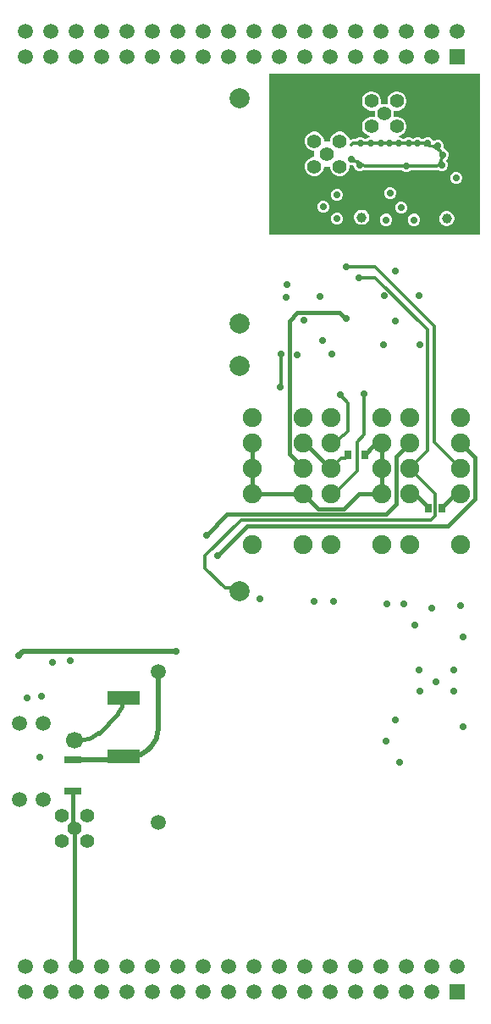
<source format=gbl>
G04*
G04 #@! TF.GenerationSoftware,Altium Limited,Altium Designer,22.4.2 (48)*
G04*
G04 Layer_Physical_Order=4*
G04 Layer_Color=16711680*
%FSLAX25Y25*%
%MOIN*%
G70*
G04*
G04 #@! TF.SameCoordinates,2E2B2F14-C775-4052-8AD3-083FCFC3520C*
G04*
G04*
G04 #@! TF.FilePolarity,Positive*
G04*
G01*
G75*
%ADD15R,0.12992X0.05315*%
%ADD20R,0.03150X0.03543*%
%ADD31C,0.01181*%
%ADD53C,0.01968*%
%ADD54C,0.01575*%
%ADD56C,0.05906*%
%ADD57C,0.05512*%
%ADD58C,0.07480*%
%ADD59C,0.07874*%
%ADD60R,0.05906X0.05906*%
%ADD61C,0.02756*%
%ADD62C,0.03937*%
%ADD63C,0.06693*%
%ADD64R,0.06693X0.03150*%
G36*
X192356Y-87768D02*
X109356D01*
Y-24268D01*
X192356D01*
Y-87768D01*
D02*
G37*
%LPC*%
G36*
X160282Y-31419D02*
X159293D01*
X158338Y-31675D01*
X157481Y-32169D01*
X156782Y-32869D01*
X156288Y-33725D01*
X156032Y-34680D01*
Y-35669D01*
X156157Y-36136D01*
X155748Y-36544D01*
X155282Y-36419D01*
X154293D01*
X153827Y-36544D01*
X153418Y-36136D01*
X153543Y-35669D01*
Y-34680D01*
X153287Y-33725D01*
X152793Y-32869D01*
X152094Y-32169D01*
X151237Y-31675D01*
X150282Y-31419D01*
X149293D01*
X148338Y-31675D01*
X147481Y-32169D01*
X146782Y-32869D01*
X146288Y-33725D01*
X146031Y-34680D01*
Y-35669D01*
X146288Y-36625D01*
X146782Y-37481D01*
X147481Y-38180D01*
X148338Y-38675D01*
X149293Y-38931D01*
X150282D01*
X150748Y-38806D01*
X151156Y-39214D01*
X151031Y-39680D01*
Y-40669D01*
X151156Y-41136D01*
X150748Y-41544D01*
X150282Y-41419D01*
X149293D01*
X148338Y-41675D01*
X147481Y-42169D01*
X146782Y-42869D01*
X146288Y-43725D01*
X146031Y-44680D01*
Y-45669D01*
X146288Y-46624D01*
X146782Y-47481D01*
X147481Y-48180D01*
X148338Y-48675D01*
X149140Y-48890D01*
X149074Y-49390D01*
X148883D01*
X148009Y-49752D01*
X147615Y-50146D01*
X147098D01*
X146703Y-49752D01*
X145829Y-49390D01*
X144883D01*
X144009Y-49752D01*
X143615Y-50146D01*
X142327D01*
X141706Y-50270D01*
X141530Y-50387D01*
X141478Y-50390D01*
X140972Y-50159D01*
X140783Y-49456D01*
X140289Y-48599D01*
X139590Y-47900D01*
X138733Y-47406D01*
X137778Y-47150D01*
X136789D01*
X135834Y-47406D01*
X134977Y-47900D01*
X134278Y-48599D01*
X133783Y-49456D01*
X133528Y-50411D01*
Y-50906D01*
X131039D01*
Y-50411D01*
X130783Y-49456D01*
X130289Y-48599D01*
X129590Y-47900D01*
X128733Y-47406D01*
X127778Y-47150D01*
X126789D01*
X125834Y-47406D01*
X124977Y-47900D01*
X124278Y-48599D01*
X123784Y-49456D01*
X123528Y-50411D01*
Y-51400D01*
X123784Y-52355D01*
X124278Y-53212D01*
X124977Y-53911D01*
X125834Y-54405D01*
X126789Y-54661D01*
X127284D01*
Y-57150D01*
X126789D01*
X125834Y-57406D01*
X124977Y-57900D01*
X124278Y-58599D01*
X123784Y-59456D01*
X123528Y-60411D01*
Y-61400D01*
X123784Y-62355D01*
X124278Y-63212D01*
X124977Y-63911D01*
X125834Y-64405D01*
X126789Y-64661D01*
X127778D01*
X128733Y-64405D01*
X129590Y-63911D01*
X130289Y-63212D01*
X130783Y-62355D01*
X131039Y-61400D01*
Y-60905D01*
X133528D01*
Y-61400D01*
X133783Y-62355D01*
X134278Y-63212D01*
X134977Y-63911D01*
X135834Y-64405D01*
X136789Y-64661D01*
X137778D01*
X138733Y-64405D01*
X139590Y-63911D01*
X140289Y-63212D01*
X140783Y-62355D01*
X141039Y-61400D01*
Y-60618D01*
X141178Y-60525D01*
X142124D01*
X142398Y-60412D01*
X142898Y-60690D01*
Y-60709D01*
X143260Y-61583D01*
X143929Y-62252D01*
X144803Y-62614D01*
X145749D01*
X146542Y-62286D01*
X147356Y-62393D01*
Y-62389D01*
X161615D01*
X162009Y-62784D01*
X162883Y-63146D01*
X163829D01*
X164703Y-62784D01*
X165098Y-62389D01*
X175149D01*
X175189Y-62381D01*
X176000Y-62275D01*
X176009Y-62284D01*
X176883Y-62646D01*
X177829D01*
X178703Y-62284D01*
X179372Y-61615D01*
X179734Y-60741D01*
Y-59795D01*
X179372Y-58921D01*
X179255Y-58803D01*
X179242Y-58673D01*
X179323Y-58164D01*
X179872Y-57615D01*
X180234Y-56741D01*
Y-55795D01*
X179872Y-54921D01*
X179203Y-54252D01*
X178450Y-53940D01*
X178196Y-53497D01*
X178166Y-53406D01*
X178234Y-53241D01*
Y-52295D01*
X177872Y-51421D01*
X177203Y-50752D01*
X176329Y-50390D01*
X175383D01*
X174509Y-50752D01*
X174474Y-50787D01*
X173984Y-50690D01*
X173872Y-50421D01*
X173203Y-49752D01*
X172329Y-49390D01*
X171383D01*
X170509Y-49752D01*
X170115Y-50146D01*
X169598D01*
X169203Y-49752D01*
X168329Y-49390D01*
X167383D01*
X166509Y-49752D01*
X166115Y-50146D01*
X166098D01*
X165703Y-49752D01*
X164829Y-49390D01*
X163883D01*
X163009Y-49752D01*
X162615Y-50146D01*
X162098D01*
X161703Y-49752D01*
X160829Y-49390D01*
X160501D01*
X160435Y-48890D01*
X161237Y-48675D01*
X162094Y-48180D01*
X162793Y-47481D01*
X163287Y-46624D01*
X163543Y-45669D01*
Y-44680D01*
X163287Y-43725D01*
X162793Y-42869D01*
X162094Y-42169D01*
X161237Y-41675D01*
X160282Y-41419D01*
X159293D01*
X158827Y-41544D01*
X158418Y-41136D01*
X158543Y-40669D01*
Y-39680D01*
X158418Y-39214D01*
X158827Y-38806D01*
X159293Y-38931D01*
X160282D01*
X161237Y-38675D01*
X162094Y-38180D01*
X162793Y-37481D01*
X163287Y-36625D01*
X163543Y-35669D01*
Y-34680D01*
X163287Y-33725D01*
X162793Y-32869D01*
X162094Y-32169D01*
X161237Y-31675D01*
X160282Y-31419D01*
D02*
G37*
G36*
X183544Y-62976D02*
X182598D01*
X181724Y-63338D01*
X181055Y-64007D01*
X180693Y-64881D01*
Y-65827D01*
X181055Y-66701D01*
X181724Y-67370D01*
X182598Y-67732D01*
X183544D01*
X184418Y-67370D01*
X185087Y-66701D01*
X185449Y-65827D01*
Y-64881D01*
X185087Y-64007D01*
X184418Y-63338D01*
X183544Y-62976D01*
D02*
G37*
G36*
X157560Y-68882D02*
X156614D01*
X155740Y-69244D01*
X155071Y-69913D01*
X154709Y-70787D01*
Y-71733D01*
X155071Y-72607D01*
X155740Y-73276D01*
X156614Y-73638D01*
X157560D01*
X158434Y-73276D01*
X159102Y-72607D01*
X159465Y-71733D01*
Y-70787D01*
X159102Y-69913D01*
X158434Y-69244D01*
X157560Y-68882D01*
D02*
G37*
G36*
X136694Y-69669D02*
X135748D01*
X134873Y-70031D01*
X134204Y-70700D01*
X133843Y-71574D01*
Y-72520D01*
X134204Y-73394D01*
X134873Y-74063D01*
X135748Y-74425D01*
X136694D01*
X137567Y-74063D01*
X138236Y-73394D01*
X138598Y-72520D01*
Y-71574D01*
X138236Y-70700D01*
X137567Y-70031D01*
X136694Y-69669D01*
D02*
G37*
G36*
X131182Y-74394D02*
X130236D01*
X129362Y-74756D01*
X128693Y-75425D01*
X128331Y-76299D01*
Y-77245D01*
X128693Y-78119D01*
X129362Y-78788D01*
X130236Y-79150D01*
X131182D01*
X132056Y-78788D01*
X132725Y-78119D01*
X133087Y-77245D01*
Y-76299D01*
X132725Y-75425D01*
X132056Y-74756D01*
X131182Y-74394D01*
D02*
G37*
G36*
X161890Y-74787D02*
X160944D01*
X160070Y-75149D01*
X159401Y-75818D01*
X159039Y-76692D01*
Y-77638D01*
X159401Y-78512D01*
X160070Y-79181D01*
X160944Y-79543D01*
X161890D01*
X162764Y-79181D01*
X163433Y-78512D01*
X163795Y-77638D01*
Y-76692D01*
X163433Y-75818D01*
X162764Y-75149D01*
X161890Y-74787D01*
D02*
G37*
G36*
X146275Y-77937D02*
X145493D01*
X144738Y-78139D01*
X144061Y-78530D01*
X143509Y-79083D01*
X143118Y-79760D01*
X142915Y-80515D01*
Y-81296D01*
X143118Y-82051D01*
X143509Y-82728D01*
X144061Y-83281D01*
X144738Y-83672D01*
X145493Y-83874D01*
X146275D01*
X147030Y-83672D01*
X147707Y-83281D01*
X148259Y-82728D01*
X148650Y-82051D01*
X148852Y-81296D01*
Y-80515D01*
X148650Y-79760D01*
X148259Y-79083D01*
X147707Y-78530D01*
X147030Y-78139D01*
X146275Y-77937D01*
D02*
G37*
G36*
X136694Y-79118D02*
X135748D01*
X134873Y-79480D01*
X134204Y-80149D01*
X133843Y-81023D01*
Y-81969D01*
X134204Y-82843D01*
X134873Y-83512D01*
X135748Y-83874D01*
X136694D01*
X137567Y-83512D01*
X138236Y-82843D01*
X138598Y-81969D01*
Y-81023D01*
X138236Y-80149D01*
X137567Y-79480D01*
X136694Y-79118D01*
D02*
G37*
G36*
X167008Y-79512D02*
X166062D01*
X165188Y-79874D01*
X164520Y-80543D01*
X164157Y-81417D01*
Y-82363D01*
X164520Y-83237D01*
X165188Y-83906D01*
X166062Y-84268D01*
X167008D01*
X167882Y-83906D01*
X168551Y-83237D01*
X168913Y-82363D01*
Y-81417D01*
X168551Y-80543D01*
X167882Y-79874D01*
X167008Y-79512D01*
D02*
G37*
G36*
X155985D02*
X155039D01*
X154165Y-79874D01*
X153496Y-80543D01*
X153134Y-81417D01*
Y-82363D01*
X153496Y-83237D01*
X154165Y-83906D01*
X155039Y-84268D01*
X155985D01*
X156859Y-83906D01*
X157528Y-83237D01*
X157890Y-82363D01*
Y-81417D01*
X157528Y-80543D01*
X156859Y-79874D01*
X155985Y-79512D01*
D02*
G37*
G36*
X179739Y-78429D02*
X178958D01*
X178203Y-78631D01*
X177526Y-79022D01*
X176973Y-79575D01*
X176582Y-80252D01*
X176380Y-81007D01*
Y-81788D01*
X176582Y-82543D01*
X176973Y-83220D01*
X177526Y-83773D01*
X178203Y-84164D01*
X178958Y-84366D01*
X179739D01*
X180494Y-84164D01*
X181171Y-83773D01*
X181724Y-83220D01*
X182115Y-82543D01*
X182317Y-81788D01*
Y-81007D01*
X182115Y-80252D01*
X181724Y-79575D01*
X181171Y-79022D01*
X180494Y-78631D01*
X179739Y-78429D01*
D02*
G37*
%LPD*%
D15*
X52165Y-270000D02*
D03*
Y-293032D02*
D03*
D20*
X147008Y-174449D02*
D03*
X140472Y-174409D02*
D03*
X177559Y-195276D02*
D03*
X172047D02*
D03*
D31*
X177356Y-55975D02*
G03*
X176856Y-54768I-1707J0D01*
G01*
D02*
G03*
X170821Y-52268I-6036J-6036D01*
G01*
X176356Y-60268D02*
G03*
X177356Y-57854I-2414J2414D01*
G01*
X175149Y-60768D02*
G03*
X176356Y-60268I0J1707D01*
G01*
X145649Y-60061D02*
G03*
X147356Y-60768I1707J1707D01*
G01*
X145356Y-59768D02*
G03*
X142942Y-58768I-2414J-2414D01*
G01*
X173228Y-200000D02*
X174803Y-198425D01*
X98425Y-200000D02*
X173228D01*
X84252Y-214173D02*
X98425Y-200000D01*
X92154Y-226799D02*
X96614D01*
X97862Y-228047D01*
X84252Y-218898D02*
Y-214173D01*
Y-218898D02*
X92154Y-226799D01*
X174803Y-198425D02*
Y-189677D01*
X164807Y-179681D02*
X174803Y-189677D01*
X113976Y-147441D02*
Y-134843D01*
X113779Y-147638D02*
X113976Y-147441D01*
Y-134843D02*
X114173Y-134646D01*
X164807Y-179681D02*
X171653Y-172835D01*
X151267Y-104724D02*
X171653Y-125111D01*
Y-172835D02*
Y-125111D01*
X144882Y-104724D02*
X151267D01*
X151181Y-100394D02*
X174409Y-123622D01*
Y-169283D02*
Y-123622D01*
X139764Y-100394D02*
X151181D01*
X167856Y-51768D02*
X171856D01*
X164356D02*
X167856D01*
X160356D02*
X164356D01*
X156856D02*
X160356D01*
X153356D02*
X156856D01*
X149356D02*
X153356D01*
X145356D02*
X149356D01*
X142327D02*
X145356D01*
X141732Y-52362D02*
X142327Y-51768D01*
X174409Y-169283D02*
X184807Y-179681D01*
X177356Y-57268D02*
Y-55975D01*
X163356Y-60768D02*
X175149D01*
X159356D02*
X163356D01*
X177356Y-57854D02*
Y-57268D01*
X155356Y-60768D02*
X163356D01*
X147356D02*
X163356D01*
X145356Y-59768D02*
X145649Y-60061D01*
X144095Y-180650D02*
Y-169291D01*
X146850Y-166535D01*
X135063Y-189681D02*
X144095Y-180650D01*
X133807Y-189681D02*
X135063D01*
X146850Y-166535D02*
Y-150394D01*
X133807Y-169681D02*
X135512D01*
X138427Y-166766D01*
X140551Y-165056D02*
Y-153937D01*
X138427Y-166766D02*
X138841D01*
X140551Y-165056D01*
X137402Y-150787D02*
X140551Y-153937D01*
X137898Y-175591D02*
X139488D01*
X133807Y-179681D02*
X137898Y-175591D01*
X140472Y-174606D02*
Y-174409D01*
X139488Y-175591D02*
X140472Y-174606D01*
Y-174409D02*
X140587Y-174295D01*
D53*
X62819Y-289476D02*
G03*
X65748Y-282405I-7071J7071D01*
G01*
X55490Y-293032D02*
G03*
X61932Y-290363I0J9111D01*
G01*
X10630Y-253543D02*
X12598Y-251575D01*
X10630Y-253543D02*
X10630D01*
X12598Y-251575D02*
X72835D01*
X32165Y-294429D02*
X52165D01*
Y-293032D02*
X55490D01*
X61932Y-290363D02*
X62819Y-289476D01*
X65748Y-282405D02*
Y-259842D01*
X151499Y-375074D02*
X152672D01*
X153425Y-375827D01*
D54*
X49672Y-276525D02*
G03*
X52165Y-270500I-6032J6025D01*
G01*
X49668Y-276529D02*
G03*
X49672Y-276525I-6029J6029D01*
G01*
X35244Y-286811D02*
G03*
X42315Y-283882I0J10000D01*
G01*
X32677Y-286811D02*
X35244D01*
X100787Y-202362D02*
X179921D01*
X88976Y-214173D02*
X100787Y-202362D01*
X179921D02*
X190551Y-191732D01*
X84646Y-205906D02*
X92913Y-197638D01*
X155512D01*
X102807Y-189681D02*
X122807D01*
X155512Y-197638D02*
X159595Y-193555D01*
X190551Y-191732D02*
Y-175425D01*
X184807Y-169681D02*
X190551Y-175425D01*
X138768Y-195563D02*
X144650Y-189681D01*
X122807Y-189736D02*
X128634Y-195563D01*
X138768D01*
X122807Y-189736D02*
Y-189681D01*
X159595Y-193555D02*
Y-174894D01*
X164807Y-169681D01*
X32677Y-375079D02*
Y-321260D01*
X32165D02*
Y-306634D01*
X32677Y-375079D02*
X33425Y-375827D01*
X93425D02*
Y-374655D01*
X164807Y-189681D02*
X165937Y-190811D01*
X172047Y-195276D02*
Y-195079D01*
X167780Y-190811D02*
X172047Y-195079D01*
X165937Y-190811D02*
X167780D01*
X177559Y-195079D02*
X181827Y-190811D01*
X177559Y-195276D02*
Y-195079D01*
X181827Y-190811D02*
X183677D01*
X184807Y-189681D01*
X113425Y-375827D02*
Y-375466D01*
X117323Y-174197D02*
X122807Y-179681D01*
X117323Y-121653D02*
X120472Y-118504D01*
X117323Y-174197D02*
Y-121653D01*
X120472Y-118504D02*
X137008D01*
X138976Y-120472D01*
X123307Y-169681D02*
X133307Y-179681D01*
X122807Y-169681D02*
X123307D01*
X133307Y-179681D02*
X133807D01*
X144650Y-189681D02*
X153807D01*
Y-179681D02*
Y-169681D01*
Y-189681D02*
Y-179681D01*
X147008Y-174449D02*
Y-174252D01*
X150449Y-170811D02*
X152677D01*
X147008Y-174252D02*
X150449Y-170811D01*
X152677D02*
X153807Y-169681D01*
X102807Y-179681D02*
Y-169681D01*
Y-189681D02*
Y-179681D01*
X42315Y-283882D02*
X49668Y-276529D01*
X49672Y-276525D01*
X97171Y-123155D02*
X97736Y-122591D01*
X97740Y-139587D02*
X97862Y-139465D01*
D56*
X11024Y-309882D02*
D03*
Y-279882D02*
D03*
X20472D02*
D03*
Y-309882D02*
D03*
X65748Y-318898D02*
D03*
Y-259842D02*
D03*
X173425Y-385827D02*
D03*
X163425D02*
D03*
X153425D02*
D03*
X143425D02*
D03*
X133425D02*
D03*
X123425D02*
D03*
X113425D02*
D03*
X103425D02*
D03*
Y-375827D02*
D03*
X123425D02*
D03*
X133425D02*
D03*
X143425D02*
D03*
X183425D02*
D03*
X173425D02*
D03*
X163425D02*
D03*
X153425D02*
D03*
X113425D02*
D03*
X93425Y-385827D02*
D03*
Y-375827D02*
D03*
X83425Y-385827D02*
D03*
Y-375827D02*
D03*
X73425Y-385827D02*
D03*
Y-375827D02*
D03*
X63425Y-385827D02*
D03*
Y-375827D02*
D03*
X53425Y-385827D02*
D03*
Y-375827D02*
D03*
X43425Y-385827D02*
D03*
Y-375827D02*
D03*
X33425Y-385827D02*
D03*
Y-375827D02*
D03*
X23425Y-385827D02*
D03*
Y-375827D02*
D03*
X13425Y-385827D02*
D03*
Y-375827D02*
D03*
Y-7874D02*
D03*
Y-17874D02*
D03*
X23425Y-7874D02*
D03*
Y-17874D02*
D03*
X33425Y-7874D02*
D03*
Y-17874D02*
D03*
X43425Y-7874D02*
D03*
Y-17874D02*
D03*
X53425Y-7874D02*
D03*
Y-17874D02*
D03*
X63425Y-7874D02*
D03*
Y-17874D02*
D03*
X73425Y-7874D02*
D03*
Y-17874D02*
D03*
X83425Y-7874D02*
D03*
Y-17874D02*
D03*
X93425Y-7874D02*
D03*
Y-17874D02*
D03*
X103425Y-7874D02*
D03*
Y-17874D02*
D03*
X113425Y-7874D02*
D03*
Y-17874D02*
D03*
X123425Y-7874D02*
D03*
Y-17874D02*
D03*
X133425Y-7874D02*
D03*
Y-17874D02*
D03*
X143425Y-7874D02*
D03*
Y-17874D02*
D03*
X153425Y-7874D02*
D03*
Y-17874D02*
D03*
X163425Y-7874D02*
D03*
Y-17874D02*
D03*
X173425Y-7874D02*
D03*
Y-17874D02*
D03*
X183425Y-7874D02*
D03*
D57*
X27677Y-326260D02*
D03*
Y-316260D02*
D03*
X37677D02*
D03*
Y-326260D02*
D03*
X32677Y-321260D02*
D03*
X159787Y-45175D02*
D03*
Y-35175D02*
D03*
X149787D02*
D03*
Y-45175D02*
D03*
X154787Y-40175D02*
D03*
X127284Y-60905D02*
D03*
X137284D02*
D03*
Y-50906D02*
D03*
X127284D02*
D03*
X132283Y-55905D02*
D03*
D58*
X153807Y-209681D02*
D03*
Y-189681D02*
D03*
Y-179681D02*
D03*
Y-169681D02*
D03*
Y-159681D02*
D03*
X133807D02*
D03*
Y-179681D02*
D03*
Y-209681D02*
D03*
Y-189681D02*
D03*
Y-169681D02*
D03*
X164807Y-209681D02*
D03*
Y-189681D02*
D03*
Y-179681D02*
D03*
Y-169681D02*
D03*
Y-159681D02*
D03*
X184807D02*
D03*
Y-169681D02*
D03*
Y-179681D02*
D03*
Y-189681D02*
D03*
Y-209681D02*
D03*
X102807D02*
D03*
Y-189681D02*
D03*
Y-179681D02*
D03*
Y-169681D02*
D03*
Y-159681D02*
D03*
X122807D02*
D03*
Y-169681D02*
D03*
Y-179681D02*
D03*
Y-189681D02*
D03*
Y-209681D02*
D03*
D59*
X97736Y-122591D02*
D03*
Y-34008D02*
D03*
X97862Y-228047D02*
D03*
Y-139465D02*
D03*
D60*
X183425Y-385827D02*
D03*
Y-17874D02*
D03*
D61*
X185827Y-246063D02*
D03*
X166929Y-241339D02*
D03*
X173622Y-234646D02*
D03*
X160630Y-295276D02*
D03*
X19291Y-293307D02*
D03*
X19685Y-269291D02*
D03*
X14173Y-270079D02*
D03*
X185827Y-281496D02*
D03*
X155512Y-287008D02*
D03*
X159055Y-278740D02*
D03*
X175044Y-263591D02*
D03*
X168898Y-267323D02*
D03*
X182283D02*
D03*
Y-259055D02*
D03*
X168504D02*
D03*
X184646Y-233858D02*
D03*
X162598Y-233071D02*
D03*
X155905D02*
D03*
X134646Y-231890D02*
D03*
X127165D02*
D03*
X105905Y-231102D02*
D03*
X88976Y-214173D02*
D03*
X72835Y-251575D02*
D03*
X10630Y-253543D02*
D03*
X24016Y-255906D02*
D03*
X113779Y-147638D02*
D03*
X116535Y-107480D02*
D03*
X123228Y-121260D02*
D03*
X159012Y-121653D02*
D03*
X159055Y-101969D02*
D03*
X31102Y-255512D02*
D03*
X84646Y-205906D02*
D03*
X183071Y-65354D02*
D03*
X166535Y-81890D02*
D03*
X161417Y-77165D02*
D03*
X155512Y-81890D02*
D03*
X157087Y-71260D02*
D03*
X136221Y-81496D02*
D03*
X130709Y-76772D02*
D03*
X136221Y-72047D02*
D03*
X141651Y-58147D02*
D03*
X145276Y-60236D02*
D03*
X139764Y-100394D02*
D03*
X114173Y-134646D02*
D03*
X139764Y-120866D02*
D03*
X146850Y-150394D02*
D03*
X137402Y-150787D02*
D03*
X144882Y-104724D02*
D03*
X134252Y-134646D02*
D03*
X120552Y-134959D02*
D03*
X130315Y-129528D02*
D03*
X154400Y-131034D02*
D03*
X168760Y-130965D02*
D03*
X154793Y-111742D02*
D03*
X168366Y-111673D02*
D03*
X129528Y-112205D02*
D03*
X116142Y-112346D02*
D03*
X160356Y-51768D02*
D03*
X156856D02*
D03*
X153356D02*
D03*
X149356D02*
D03*
X145356D02*
D03*
X163356Y-60768D02*
D03*
X164356Y-51768D02*
D03*
X177856Y-56268D02*
D03*
X177356Y-60268D02*
D03*
X175856Y-52768D02*
D03*
X171856Y-51768D02*
D03*
X167856D02*
D03*
D62*
X145884Y-80905D02*
D03*
X179349Y-81398D02*
D03*
D63*
X32677Y-286811D02*
D03*
D64*
X32165Y-306634D02*
D03*
Y-294429D02*
D03*
M02*

</source>
